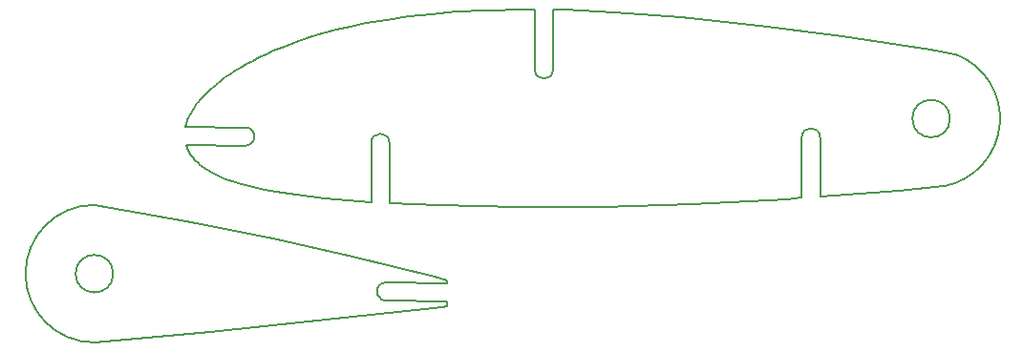
<source format=gbr>
G04 #@! TF.GenerationSoftware,KiCad,Pcbnew,(5.1.2)-1*
G04 #@! TF.CreationDate,2019-06-03T19:51:00-07:00*
G04 #@! TF.ProjectId,horizontal-stabilizer,686f7269-7a6f-46e7-9461-6c2d73746162,rev?*
G04 #@! TF.SameCoordinates,Original*
G04 #@! TF.FileFunction,Profile,NP*
%FSLAX46Y46*%
G04 Gerber Fmt 4.6, Leading zero omitted, Abs format (unit mm)*
G04 Created by KiCad (PCBNEW (5.1.2)-1) date 2019-06-03 19:51:00*
%MOMM*%
%LPD*%
G04 APERTURE LIST*
%ADD10C,0.200000*%
G04 APERTURE END LIST*
D10*
X37551305Y-39798087D02*
X37588710Y-39853153D01*
X37177670Y-39043271D02*
X37198983Y-39103952D01*
X37382723Y-39516130D02*
X37413987Y-39573436D01*
X37324034Y-39400540D02*
X37352781Y-39458596D01*
X37708759Y-40016386D02*
X37751180Y-40069852D01*
X37182583Y-36963588D02*
X37161856Y-37030981D01*
X38246648Y-40584423D02*
X38361158Y-40682692D01*
X38137315Y-40484618D02*
X38246648Y-40584423D01*
X37142035Y-37099712D02*
X37123771Y-37167679D01*
X42400989Y-37371125D02*
G75*
G02X42376910Y-38991139I-12038J-810007D01*
G01*
X37157585Y-38982195D02*
X37177670Y-39043271D01*
X37296601Y-39342180D02*
X37324034Y-39400540D01*
X38605560Y-40874521D02*
X38735471Y-40968139D01*
X37352781Y-39458596D02*
X37382723Y-39516130D01*
X37270336Y-39283219D02*
X37296601Y-39342180D01*
X37627542Y-39908100D02*
X37667374Y-39962266D01*
X37403489Y-36403403D02*
X37339685Y-36544728D01*
X37514999Y-39742399D02*
X37551305Y-39798087D01*
X37839300Y-40174998D02*
X37934034Y-40280340D01*
X37106761Y-37235861D02*
X37093828Y-37292188D01*
X42400990Y-37371124D02*
X37093828Y-37292188D01*
X37198983Y-39103952D02*
X37221518Y-39164131D01*
X37221518Y-39164131D02*
X37245300Y-39223879D01*
X37245300Y-39223879D02*
X37270336Y-39283219D01*
X37446394Y-39630131D02*
X37480143Y-39686606D01*
X37667374Y-39962266D02*
X37708759Y-40016386D01*
X37339685Y-36544728D02*
X37281690Y-36684993D01*
X37123771Y-37167679D02*
X37106761Y-37235861D01*
X37934034Y-40280340D02*
X38033104Y-40383238D01*
X37751180Y-40069852D02*
X37795117Y-40123228D01*
X37795117Y-40123228D02*
X37839300Y-40174998D01*
X37588710Y-39853153D02*
X37627542Y-39908100D01*
X38361158Y-40682692D02*
X38480771Y-40779388D01*
X37413987Y-39573436D02*
X37446394Y-39630131D01*
X37161856Y-37030981D02*
X37142035Y-37099712D01*
X37136635Y-38913197D02*
X37138769Y-38920711D01*
X37480143Y-39686606D02*
X37514999Y-39742399D01*
X37630127Y-35973645D02*
X37548709Y-36117845D01*
X38033104Y-40383238D02*
X38137315Y-40484618D01*
X37548709Y-36117845D02*
X37473134Y-36261118D01*
X37473134Y-36261118D02*
X37403489Y-36403403D01*
X37281690Y-36684993D02*
X37229470Y-36824253D01*
X37229470Y-36824253D02*
X37182583Y-36963588D01*
X37136635Y-38913197D02*
X42376910Y-38991139D01*
X37138769Y-38920711D02*
X37157585Y-38982195D01*
X38480771Y-40779388D02*
X38605560Y-40874521D01*
X44226180Y-30870797D02*
X43621655Y-31158746D01*
X38246121Y-35091268D02*
X38128043Y-35240212D01*
X45857804Y-30176506D02*
X44857763Y-30588621D01*
X37910495Y-35536001D02*
X37810957Y-35682703D01*
X39087830Y-34185384D02*
X38931500Y-34337546D01*
X39777708Y-33574548D02*
X39596013Y-33727026D01*
X37717529Y-35828616D02*
X37630127Y-35973645D01*
X68041117Y-26917564D02*
X68041117Y-32232414D01*
X39596013Y-33727026D02*
X39420030Y-33880056D01*
X63723953Y-26973251D02*
X60994916Y-27118018D01*
X41014621Y-32654982D02*
X40575656Y-32960729D01*
X39420030Y-33880056D02*
X39250680Y-34032844D01*
X38638208Y-34640616D02*
X38501187Y-34791404D01*
X38931500Y-34337546D02*
X38781635Y-34489318D01*
X69661317Y-32232414D02*
G75*
G02X68041117Y-32232414I-810100J0D01*
G01*
X68041117Y-26917564D02*
X67147250Y-26906187D01*
X42495924Y-31748042D02*
X41974583Y-32047995D01*
X38128043Y-35240212D02*
X38016187Y-35388477D01*
X43621655Y-31158746D02*
X43044941Y-31451389D01*
X46917234Y-29781296D02*
X45857804Y-30176506D01*
X44857763Y-30588621D02*
X44226180Y-30870797D01*
X38501187Y-34791404D02*
X38370490Y-34941645D01*
X39250680Y-34032844D02*
X39087830Y-34185384D01*
X38370490Y-34941645D02*
X38246121Y-35091268D01*
X43044941Y-31451389D02*
X42495924Y-31748042D01*
X54927287Y-27800298D02*
X53067189Y-28131083D01*
X38781635Y-34489318D02*
X38638208Y-34640616D01*
X104842030Y-36587373D02*
G75*
G03X104842030Y-36587373I-1665000J0D01*
G01*
X40163740Y-33267218D02*
X39777708Y-33574548D01*
X67147250Y-26906187D02*
X63723953Y-26973251D01*
X58894832Y-27292937D02*
X56870583Y-27520577D01*
X49212375Y-29049963D02*
X48035565Y-29405072D01*
X38016187Y-35388477D02*
X37910495Y-35536001D01*
X41974583Y-32047995D02*
X41480832Y-32350530D01*
X51730473Y-28411293D02*
X50444703Y-28718124D01*
X56870583Y-27520577D02*
X54927287Y-27800298D01*
X41480832Y-32350530D02*
X41014621Y-32654982D01*
X50444703Y-28718124D02*
X49212375Y-29049963D01*
X48035565Y-29405072D02*
X46917234Y-29781296D01*
X40575656Y-32960729D02*
X40163740Y-33267218D01*
X37810957Y-35682703D02*
X37717529Y-35828616D01*
X60994916Y-27118018D02*
X58894832Y-27292937D01*
X53067189Y-28131083D02*
X51730473Y-28411293D01*
X66571435Y-44454785D02*
X74132424Y-44417354D01*
X41281205Y-42179889D02*
X41701601Y-42314461D01*
X53541603Y-38746040D02*
G75*
G02X55161803Y-38746040I810100J0D01*
G01*
X91712875Y-38256709D02*
G75*
G02X93333075Y-38256709I810100J0D01*
G01*
X70725123Y-26951725D02*
X69661317Y-26938185D01*
X59480493Y-44302593D02*
X66571435Y-44454785D01*
X74132424Y-44417354D02*
X81905973Y-44182803D01*
X93333075Y-43497538D02*
X100288070Y-42965884D01*
X38735471Y-40968139D02*
X38870366Y-41060151D01*
X38870366Y-41060151D02*
X39010323Y-41150530D01*
X39010323Y-41150530D02*
X39155360Y-41239331D01*
X39155360Y-41239331D02*
X39305425Y-41326507D01*
X39305425Y-41326507D02*
X39460525Y-41412091D01*
X69661317Y-32232414D02*
X69661317Y-26938185D01*
X90384456Y-43722936D02*
X91712875Y-43621389D01*
X39460525Y-41412091D02*
X39620624Y-41496060D01*
X75088827Y-27139969D02*
X70725123Y-26951725D01*
X39785685Y-41578406D02*
X39955702Y-41659146D01*
X41701601Y-42314461D02*
X42368415Y-42505807D01*
X87955928Y-28311113D02*
X80997388Y-27580817D01*
X39955702Y-41659146D02*
X40129598Y-41737840D01*
X40129598Y-41737840D02*
X40495081Y-41891781D01*
X45150487Y-43101916D02*
X46890167Y-43367111D01*
X53467432Y-43999900D02*
X53541603Y-44003634D01*
X93333075Y-43497538D02*
X93333075Y-38256709D01*
X46890167Y-43367111D02*
X49453800Y-43667680D01*
X40495081Y-41891781D02*
X40878696Y-42038946D01*
X40878696Y-42038946D02*
X41281205Y-42179889D01*
X42368415Y-42505807D02*
X43074213Y-42683958D01*
X100288070Y-42965884D02*
X104332051Y-42584118D01*
X95338464Y-29277318D02*
X87955928Y-28311113D01*
X44078296Y-42903040D02*
X45150487Y-43101916D01*
X105295348Y-30859561D02*
X103133937Y-30476893D01*
X53541603Y-38746040D02*
X53541603Y-44003634D01*
X81905973Y-44182803D02*
X90384456Y-43722936D01*
X105295347Y-30859560D02*
G75*
G02X104332051Y-42584118I-2118274J-5727813D01*
G01*
X80997388Y-27580817D02*
X75088827Y-27139969D01*
X39620624Y-41496060D02*
X39785685Y-41578406D01*
X91712875Y-38256709D02*
X91712875Y-43621389D01*
X55161803Y-44085194D02*
X59480493Y-44302593D01*
X103133937Y-30476893D02*
X95338464Y-29277318D01*
X43074213Y-42683958D02*
X44078296Y-42903040D01*
X55161803Y-44085194D02*
X55161803Y-38746040D01*
X49453800Y-43667680D02*
X53467432Y-43999900D01*
X51901780Y-48838895D02*
X44852891Y-47243908D01*
X60274768Y-50969944D02*
X59134471Y-50655791D01*
X29002385Y-56461703D02*
X39247955Y-55494484D01*
X54383179Y-51306436D02*
X54279110Y-51403252D01*
X54279110Y-51403252D02*
X54199323Y-51506897D01*
X59134471Y-50655791D02*
X51901780Y-48838895D01*
X54891829Y-51136453D02*
X54711002Y-51157214D01*
X54711002Y-51157214D02*
X54623030Y-51178131D01*
X54301576Y-52513842D02*
X54409301Y-52608049D01*
X54409301Y-52608049D02*
X54521978Y-52673251D01*
X39247955Y-55494484D02*
X59866956Y-53328079D01*
X54092184Y-51756915D02*
X54069860Y-51935048D01*
X54069860Y-51935048D02*
X54073842Y-52028304D01*
X60258537Y-52836648D02*
X60258537Y-53282741D01*
X44852891Y-47243908D02*
X37165529Y-45694979D01*
X59866956Y-53328079D02*
X60258537Y-53282741D01*
X54867746Y-52756468D02*
X60258537Y-52836648D01*
X54521978Y-52673251D02*
X54670416Y-52726182D01*
X54670416Y-52726182D02*
X54782720Y-52750720D01*
X54146365Y-52290465D02*
X54221257Y-52417026D01*
X54221257Y-52417026D02*
X54301576Y-52513842D01*
X54073842Y-52028304D02*
X54108315Y-52194261D01*
X54108315Y-52194261D02*
X54146365Y-52290465D01*
X54623030Y-51178131D02*
X54482496Y-51239472D01*
X54482496Y-51239472D02*
X54383179Y-51306436D01*
X37165529Y-45694979D02*
X28991741Y-44247845D01*
X30679688Y-50354759D02*
G75*
G03X30679688Y-50354759I-1665000J0D01*
G01*
X60274768Y-50969944D02*
X60274768Y-51216516D01*
X60274768Y-51216516D02*
X54891829Y-51136453D01*
X54199323Y-51506897D02*
X54130440Y-51638628D01*
X54130440Y-51638628D02*
X54092184Y-51756915D01*
X29002384Y-56461704D02*
G75*
G02X28991741Y-44247845I12261J6106945D01*
G01*
X54782720Y-52750720D02*
X54867746Y-52756468D01*
M02*

</source>
